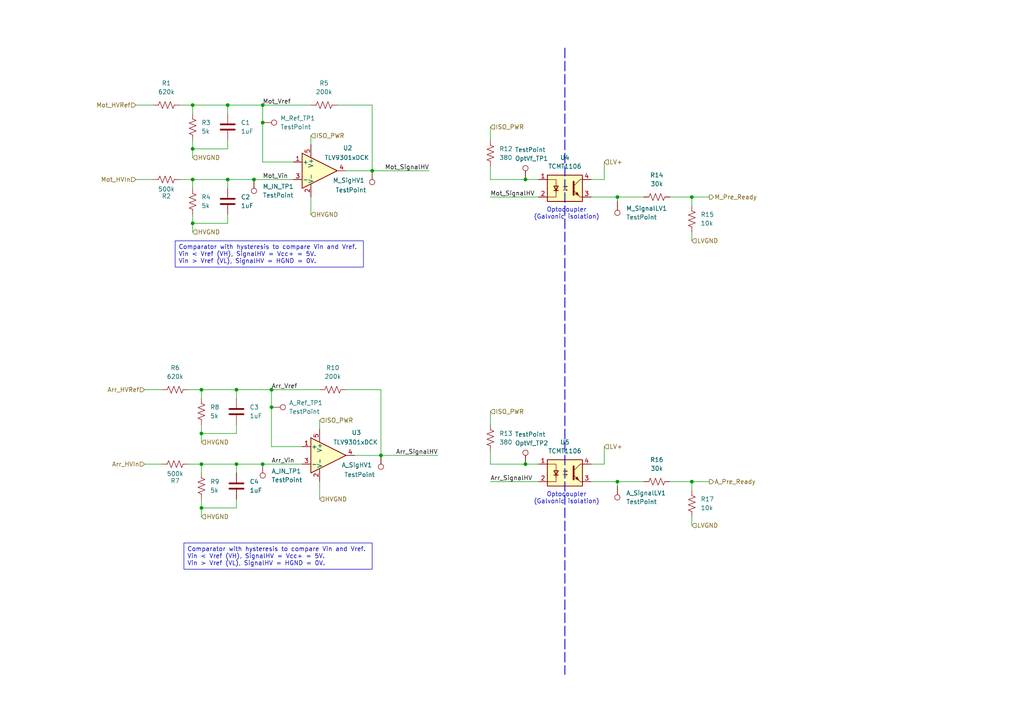
<source format=kicad_sch>
(kicad_sch (version 20231120) (generator "eeschema") (generator_version "8.0")
  (paper "A4")
  (lib_symbols
    (symbol "Amplifier_Operational:TLV9301xDCK" (pin_names (offset 0.127))
      (property "Reference" "U" (at 7.62 2.54 0))
      (property "Value" "TLV9301xDCK" (at 11.43 -2.54 0))
      (symbol "TLV9301xDCK_0_1"
        (polyline (pts (xy -2.54 5.08) (xy -2.54 -5.08) (xy 7.62 0) (xy -2.54 5.08)) (stroke (width 0.254)) (fill (type background)))
      )
      (symbol "TLV9301xDCK_1_1"
        (pin input line (at -5.08 2.54 0) (length 2.54) (name "+") (number "1"))
        (pin power_in line (at 0 -7.62 90) (length 3.81) (name "V-") (number "2"))
        (pin input line (at -5.08 -2.54 0) (length 2.54) (name "-") (number "3"))
        (pin output line (at 10.16 0 180) (length 2.54) (name "~") (number "4"))
        (pin power_in line (at 0 7.62 270) (length 3.81) (name "V+") (number "5"))
      )
    )
    (symbol "Connector:TestPoint" (pin_numbers hide) (pin_names (offset 0.762) hide)
      (property "Reference" "TP" (at 0 6.858 0))
      (property "Value" "TestPoint" (at 0 5.08 0))
      (symbol "TestPoint_0_1"
        (circle (center 0 3.302) (radius 0.762))
      )
      (symbol "TestPoint_1_1"
        (pin passive line (at 0 0 90) (length 2.54) (name "1") (number "1"))
      )
    )
    (symbol "Device:C" (pin_numbers hide) (pin_names (offset 0.254))
      (property "Reference" "C" (at 0.635 2.54 0))
      (property "Value" "C" (at 0.635 -2.54 0))
      (symbol "C_0_1"
        (polyline (pts (xy -2.032 -0.762) (xy 2.032 -0.762)) (stroke (width 0.508)))
        (polyline (pts (xy -2.032 0.762) (xy 2.032 0.762)) (stroke (width 0.508)))
      )
      (symbol "C_1_1"
        (pin passive line (at 0 3.81 270) (length 2.794) (name "~") (number "1"))
        (pin passive line (at 0 -3.81 90) (length 2.794) (name "~") (number "2"))
      )
    )
    (symbol "Device:R_US" (pin_numbers hide) (pin_names (offset 0))
      (property "Reference" "R" (at 2.54 0 90))
      (property "Value" "R_US" (at -2.54 0 90))
      (symbol "R_US_0_1"
        (polyline (pts (xy 0 -2.286) (xy 0 -2.54)))
        (polyline (pts (xy 0 2.286) (xy 0 2.54)))
        (polyline (pts (xy 0 -0.762) (xy 1.016 -1.143) (xy 0 -1.524) (xy -1.016 -1.905) (xy 0 -2.286)))
        (polyline (pts (xy 0 0.762) (xy 1.016 0.381) (xy 0 0) (xy -1.016 -0.381) (xy 0 -0.762)))
        (polyline (pts (xy 0 2.286) (xy 1.016 1.905) (xy 0 1.524) (xy -1.016 1.143) (xy 0 0.762)))
      )
      (symbol "R_US_1_1"
        (pin passive line (at 0 3.81 270) (length 1.27) (name "~") (number "1"))
        (pin passive line (at 0 -3.81 90) (length 1.27) (name "~") (number "2"))
      )
    )
    (symbol "Isolator:TCMT1106" (pin_names (offset 1.016))
      (property "Reference" "U" (at 0 5.08 0))
      (property "Value" "TCMT1106" (at 0 -5.08 0))
      (symbol "TCMT1106_1_1"
        (rectangle (start -5.08 3.81) (end 5.08 -3.81) (stroke (width 0.254)) (fill (type background)))
        (polyline (pts (xy -3.175 -0.635) (xy -1.905 -0.635)) (stroke (width 0.254)))
        (polyline (pts (xy 2.54 0.635) (xy 4.445 2.54)))
        (polyline (pts (xy 4.445 -2.54) (xy 2.54 -0.635)) (fill (type outline)))
        (polyline (pts (xy 4.445 -2.54) (xy 5.08 -2.54)))
        (polyline (pts (xy 4.445 2.54) (xy 5.08 2.54)))
        (polyline (pts (xy -2.54 -0.635) (xy -2.54 -2.54) (xy -5.08 -2.54)))
        (polyline (pts (xy 2.54 1.905) (xy 2.54 -1.905) (xy 2.54 -1.905)) (stroke (width 0.508)))
        (polyline (pts (xy -5.08 2.54) (xy -2.54 2.54) (xy -2.54 -1.27) (xy -2.54 0.635)))
        (polyline (pts (xy -2.54 -0.635) (xy -3.175 0.635) (xy -1.905 0.635) (xy -2.54 -0.635)) (stroke (width 0.254)))
        (polyline (pts (xy -0.508 -0.508) (xy 0.762 -0.508) (xy 0.381 -0.635) (xy 0.381 -0.381) (xy 0.762 -0.508)))
        (polyline (pts (xy -0.508 0.508) (xy 0.762 0.508) (xy 0.381 0.381) (xy 0.381 0.635) (xy 0.762 0.508)))
        (polyline (pts (xy 3.048 -1.651) (xy 3.556 -1.143) (xy 4.064 -2.159) (xy 3.048 -1.651) (xy 3.048 -1.651)) (fill (type outline)))
        (pin passive line (at -7.62 2.54 0) (length 2.54) (name "~") (number "1"))
        (pin passive line (at -7.62 -2.54 0) (length 2.54) (name "~") (number "2"))
        (pin passive line (at 7.62 -2.54 180) (length 2.54) (name "~") (number "3"))
        (pin passive line (at 7.62 2.54 180) (length 2.54) (name "~") (number "4"))
      )
    )
  )
  (junction (at 68.58 134.62))
  (junction (at 66.04 30.48))
  (junction (at 58.42 125.73))
  (junction (at 179.07 139.7))
  (junction (at 76.2 35.56))
  (junction (at 76.2 30.48))
  (junction (at 78.74 113.03))
  (junction (at 78.74 118.11))
  (junction (at 68.58 113.03))
  (junction (at 58.42 113.03))
  (junction (at 152.4 52.07))
  (junction (at 200.66 57.15))
  (junction (at 179.07 57.15))
  (junction (at 152.4 134.62))
  (junction (at 110.49 132.08))
  (junction (at 55.88 64.77))
  (junction (at 58.42 147.32))
  (junction (at 107.95 49.53))
  (junction (at 55.88 52.07))
  (junction (at 58.42 134.62))
  (junction (at 55.88 30.48))
  (junction (at 66.04 52.07))
  (junction (at 55.88 43.18))
  (junction (at 200.66 139.7))
  (junction (at 76.2 134.62))
  (junction (at 73.66 52.07))
  (wire (pts (xy 152.4 134.62) (xy 156.21 134.62)))
  (wire (pts (xy 179.07 57.15) (xy 186.69 57.15)))
  (wire (pts (xy 68.58 134.62) (xy 76.2 134.62)))
  (wire (pts (xy 179.07 140.97) (xy 179.07 139.7)))
  (wire (pts (xy 41.91 134.62) (xy 46.99 134.62)))
  (wire (pts (xy 78.74 129.54) (xy 87.63 129.54)))
  (wire (pts (xy 68.58 123.19) (xy 68.58 125.73)))
  (wire (pts (xy 175.26 46.99) (xy 175.26 52.07)))
  (wire (pts (xy 76.2 30.48) (xy 76.2 35.56)))
  (wire (pts (xy 142.24 134.62) (xy 152.4 134.62)))
  (wire (pts (xy 90.17 62.23) (xy 90.17 57.15)))
  (wire (pts (xy 78.74 118.11) (xy 78.74 129.54)))
  (wire (pts (xy 107.95 30.48) (xy 97.79 30.48)))
  (wire (pts (xy 55.88 62.23) (xy 55.88 64.77)))
  (wire (pts (xy 39.37 52.07) (xy 44.45 52.07)))
  (polyline (pts (xy 163.83 13.97) (xy 163.83 195.58)) (stroke (width 0.254) (type dash)))
  (wire (pts (xy 55.88 40.64) (xy 55.88 43.18)))
  (wire (pts (xy 107.95 49.53) (xy 124.46 49.53)))
  (wire (pts (xy 39.37 30.48) (xy 44.45 30.48)))
  (wire (pts (xy 171.45 139.7) (xy 179.07 139.7)))
  (wire (pts (xy 179.07 139.7) (xy 186.69 139.7)))
  (wire (pts (xy 110.49 113.03) (xy 100.33 113.03)))
  (wire (pts (xy 66.04 62.23) (xy 66.04 64.77)))
  (wire (pts (xy 100.33 49.53) (xy 107.95 49.53)))
  (wire (pts (xy 55.88 64.77) (xy 55.88 67.31)))
  (wire (pts (xy 194.31 57.15) (xy 200.66 57.15)))
  (wire (pts (xy 66.04 30.48) (xy 76.2 30.48)))
  (wire (pts (xy 58.42 113.03) (xy 68.58 113.03)))
  (wire (pts (xy 142.24 52.07) (xy 142.24 48.26)))
  (wire (pts (xy 102.87 132.08) (xy 110.49 132.08)))
  (wire (pts (xy 76.2 35.56) (xy 76.2 46.99)))
  (wire (pts (xy 142.24 119.38) (xy 142.24 123.19)))
  (wire (pts (xy 58.42 144.78) (xy 58.42 147.32)))
  (wire (pts (xy 142.24 36.83) (xy 142.24 40.64)))
  (wire (pts (xy 171.45 57.15) (xy 179.07 57.15)))
  (wire (pts (xy 92.71 144.78) (xy 92.71 139.7)))
  (wire (pts (xy 200.66 139.7) (xy 205.74 139.7)))
  (wire (pts (xy 200.66 57.15) (xy 200.66 59.69)))
  (wire (pts (xy 200.66 57.15) (xy 205.74 57.15)))
  (wire (pts (xy 58.42 125.73) (xy 68.58 125.73)))
  (wire (pts (xy 76.2 30.48) (xy 90.17 30.48)))
  (wire (pts (xy 68.58 113.03) (xy 78.74 113.03)))
  (wire (pts (xy 142.24 52.07) (xy 152.4 52.07)))
  (wire (pts (xy 66.04 30.48) (xy 66.04 33.02)))
  (wire (pts (xy 58.42 134.62) (xy 58.42 137.16)))
  (wire (pts (xy 52.07 30.48) (xy 55.88 30.48)))
  (wire (pts (xy 58.42 113.03) (xy 58.42 115.57)))
  (wire (pts (xy 110.49 113.03) (xy 110.49 132.08)))
  (wire (pts (xy 68.58 134.62) (xy 68.58 137.16)))
  (wire (pts (xy 58.42 134.62) (xy 68.58 134.62)))
  (wire (pts (xy 107.95 30.48) (xy 107.95 49.53)))
  (wire (pts (xy 55.88 43.18) (xy 55.88 45.72)))
  (wire (pts (xy 76.2 46.99) (xy 85.09 46.99)))
  (wire (pts (xy 152.4 52.07) (xy 156.21 52.07)))
  (wire (pts (xy 66.04 52.07) (xy 66.04 54.61)))
  (wire (pts (xy 66.04 40.64) (xy 66.04 43.18)))
  (wire (pts (xy 85.09 52.07) (xy 73.66 52.07)))
  (wire (pts (xy 55.88 30.48) (xy 55.88 33.02)))
  (wire (pts (xy 66.04 52.07) (xy 73.66 52.07)))
  (wire (pts (xy 55.88 52.07) (xy 66.04 52.07)))
  (wire (pts (xy 87.63 134.62) (xy 76.2 134.62)))
  (wire (pts (xy 171.45 52.07) (xy 175.26 52.07)))
  (wire (pts (xy 110.49 132.08) (xy 127 132.08)))
  (wire (pts (xy 200.66 139.7) (xy 200.66 142.24)))
  (wire (pts (xy 68.58 113.03) (xy 68.58 115.57)))
  (wire (pts (xy 54.61 134.62) (xy 58.42 134.62)))
  (wire (pts (xy 68.58 144.78) (xy 68.58 147.32)))
  (wire (pts (xy 52.07 52.07) (xy 55.88 52.07)))
  (wire (pts (xy 58.42 125.73) (xy 58.42 128.27)))
  (wire (pts (xy 55.88 52.07) (xy 55.88 54.61)))
  (wire (pts (xy 58.42 147.32) (xy 58.42 149.86)))
  (wire (pts (xy 41.91 113.03) (xy 46.99 113.03)))
  (wire (pts (xy 200.66 149.86) (xy 200.66 152.4)))
  (wire (pts (xy 179.07 58.42) (xy 179.07 57.15)))
  (wire (pts (xy 66.04 64.77) (xy 55.88 64.77)))
  (wire (pts (xy 194.31 139.7) (xy 200.66 139.7)))
  (wire (pts (xy 200.66 67.31) (xy 200.66 69.85)))
  (wire (pts (xy 58.42 123.19) (xy 58.42 125.73)))
  (wire (pts (xy 78.74 113.03) (xy 78.74 118.11)))
  (wire (pts (xy 78.74 113.03) (xy 92.71 113.03)))
  (wire (pts (xy 90.17 39.37) (xy 90.17 41.91)))
  (wire (pts (xy 68.58 147.32) (xy 58.42 147.32)))
  (wire (pts (xy 142.24 139.7) (xy 156.21 139.7)))
  (wire (pts (xy 92.71 121.92) (xy 92.71 124.46)))
  (wire (pts (xy 55.88 30.48) (xy 66.04 30.48)))
  (wire (pts (xy 171.45 134.62) (xy 175.26 134.62)))
  (wire (pts (xy 54.61 113.03) (xy 58.42 113.03)))
  (wire (pts (xy 55.88 43.18) (xy 66.04 43.18)))
  (wire (pts (xy 175.26 129.54) (xy 175.26 134.62)))
  (wire (pts (xy 142.24 57.15) (xy 156.21 57.15)))
  (wire (pts (xy 142.24 134.62) (xy 142.24 130.81)))
  (text_box "Comparator with hysteresis to compare Vin and Vref.\nVin < Vref (VH), SignalHV = Vcc+ = 5V.\nVin > Vref (VL), SignalHV = HGND = 0V." (at 50.8 69.85 0) (size 54.61 7.62) (effects (font (size 1.27 1.27)) (justify left top)))
  (text_box "Comparator with hysteresis to compare Vin and Vref.\nVin < Vref (VH), SignalHV = Vcc+ = 5V.\nVin > Vref (VL), SignalHV = HGND = 0V." (at 53.34 157.48 0) (size 54.61 7.62) (effects (font (size 1.27 1.27)) (justify left top)))
  (text "Optocoupler\n(Galvonic isolation)" (at 164.338 61.976 0) (effects (font (size 1.27 1.27))))
  (text "Optocoupler\n(Galvonic isolation)" (at 164.338 144.526 0) (effects (font (size 1.27 1.27))))
  (label "Arr_Vin" (at 78.74 134.62 0))
  (label "Mot_SignalHV" (at 124.46 49.53 180))
  (label "Mot_SignalHV" (at 142.24 57.15 0))
  (label "Arr_SignalHV" (at 142.24 139.7 0))
  (label "Mot_Vref" (at 76.2 30.48 0))
  (label "Arr_Vref" (at 78.74 113.03 0))
  (label "Mot_Vin" (at 76.2 52.07 0))
  (label "Arr_SignalHV" (at 127 132.08 180))
  (hierarchical_label "HVGND" (shape input) (at 92.71 144.78 0))
  (hierarchical_label "HVGND" (shape input) (at 90.17 62.23 0))
  (hierarchical_label "HVGND" (shape input) (at 55.88 67.31 0))
  (hierarchical_label "ISO_PWR" (shape input) (at 142.24 36.83 0))
  (hierarchical_label "ISO_PWR" (shape input) (at 142.24 119.38 0))
  (hierarchical_label "ISO_PWR" (shape input) (at 90.17 39.37 0))
  (hierarchical_label "HVGND" (shape input) (at 58.42 149.86 0))
  (hierarchical_label "LV+" (shape input) (at 175.26 46.99 0))
  (hierarchical_label "M_Pre_Ready" (shape output) (at 205.74 57.15 0))
  (hierarchical_label "HVGND" (shape input) (at 55.88 45.72 0))
  (hierarchical_label "HVGND" (shape input) (at 58.42 128.27 0))
  (hierarchical_label "ISO_PWR" (shape input) (at 92.71 121.92 0))
  (hierarchical_label "Arr_HVRef" (shape input) (at 41.91 113.03 180))
  (hierarchical_label "Arr_HVIn" (shape input) (at 41.91 134.62 180))
  (hierarchical_label "A_Pre_Ready" (shape output) (at 205.74 139.7 0))
  (hierarchical_label "LVGND" (shape input) (at 200.66 69.85 0))
  (hierarchical_label "Mot_HVRef" (shape input) (at 39.37 30.48 180))
  (hierarchical_label "LVGND" (shape input) (at 200.66 152.4 0))
  (hierarchical_label "LV+" (shape input) (at 175.26 129.54 0))
  (hierarchical_label "Mot_HVIn" (shape input) (at 39.37 52.07 180))
  (symbol (lib_id "Device:R_US") (at 48.26 52.07 270) (unit 1)
    (property "Reference" "R2" (at 48.26 56.896 90))
    (property "Value" "500k" (at 48.26 54.864 90))
    (property "Footprint" "Resistor_SMD:R_1206_3216Metric" (effects (hide yes)))
    (property "Description" "Resistor, US symbol" (effects (hide yes)))
  )
  (symbol (lib_id "Device:R_US") (at 96.52 113.03 270) (unit 1)
    (property "Reference" "R10" (at 96.52 106.68 90))
    (property "Value" "200k" (at 96.52 109.22 90))
    (property "Footprint" "Resistor_SMD:R_0805_2012Metric" (effects (hide yes)))
    (property "Description" "Resistor, US symbol" (effects (hide yes)))
  )
  (symbol (lib_id "Connector:TestPoint") (at 76.2 35.56 270) (unit 1)
    (property "Reference" "M_Ref_TP1" (at 81.28 34.2899 90) (effects (justify left)))
    (property "Value" "TestPoint" (at 81.28 36.8299 90) (effects (justify left)))
    (property "Footprint" "utsvt-special:TestPoint_HEX_3mmID" (effects (hide yes)))
    (property "Description" "test point" (effects (hide yes)))
  )
  (symbol (lib_id "Connector:TestPoint") (at 78.74 118.11 270) (unit 1)
    (property "Reference" "A_Ref_TP1" (at 83.82 116.8399 90) (effects (justify left)))
    (property "Value" "TestPoint" (at 83.82 119.3799 90) (effects (justify left)))
    (property "Footprint" "utsvt-special:TestPoint_HEX_3mmID" (effects (hide yes)))
    (property "Description" "test point" (effects (hide yes)))
  )
  (symbol (lib_id "Device:C") (at 68.58 140.97 0) (unit 1)
    (property "Reference" "C4" (at 72.39 139.6999 0) (effects (justify left)))
    (property "Value" "1uF" (at 72.39 142.2399 0) (effects (justify left)))
    (property "Footprint" "Capacitor_SMD:C_0805_2012Metric" (effects (hide yes)))
    (property "Description" "Unpolarized capacitor" (effects (hide yes)))
  )
  (symbol (lib_id "Device:R_US") (at 142.24 44.45 180) (unit 1)
    (property "Reference" "R12" (at 144.78 43.1799 0) (effects (justify right)))
    (property "Value" "380" (at 144.78 45.7199 0) (effects (justify right)))
    (property "Footprint" "Resistor_SMD:R_0805_2012Metric" (effects (hide yes)))
    (property "Description" "Resistor, US symbol" (effects (hide yes)))
  )
  (symbol (lib_id "Connector:TestPoint") (at 179.07 140.97 180) (unit 1)
    (property "Reference" "A_SignalLV1" (at 181.61 143.0019 0) (effects (justify right)))
    (property "Value" "TestPoint" (at 181.61 145.5419 0) (effects (justify right)))
    (property "Footprint" "utsvt-special:TestPoint_HEX_3mmID" (effects (hide yes)))
    (property "Description" "test point" (effects (hide yes)))
  )
  (symbol (lib_id "Amplifier_Operational:TLV9301xDCK") (at 92.71 132.08 0) (unit 1)
    (property "Reference" "U3" (at 103.378 125.476 0))
    (property "Value" "TLV9301xDCK" (at 103.124 128.27 0))
    (property "Footprint" "Package_TO_SOT_SMD:SOT-353_SC-70-5" (effects (hide yes)))
    (property "Datasheet" "https://www.ti.com/lit/ds/symlink/tlv9301.pdf" (effects (hide yes)))
    (property "Description" "40-V, 1-MHz, RRO Operational Amplifiers for Cost-Sensitive Systems, SC-70" (effects (hide yes)))
  )
  (symbol (lib_id "Device:C") (at 66.04 36.83 0) (unit 1)
    (property "Reference" "C1" (at 69.85 35.5599 0) (effects (justify left)))
    (property "Value" "1uF" (at 69.85 38.0999 0) (effects (justify left)))
    (property "Footprint" "Capacitor_SMD:C_0805_2012Metric" (effects (hide yes)))
    (property "Description" "Unpolarized capacitor" (effects (hide yes)))
  )
  (symbol (lib_id "Device:R_US") (at 50.8 134.62 270) (unit 1)
    (property "Reference" "R7" (at 50.8 139.446 90))
    (property "Value" "500k" (at 50.8 137.414 90))
    (property "Footprint" "Resistor_SMD:R_1206_3216Metric" (effects (hide yes)))
    (property "Description" "Resistor, US symbol" (effects (hide yes)))
  )
  (symbol (lib_id "Device:R_US") (at 200.66 146.05 0) (unit 1)
    (property "Reference" "R17" (at 203.2 144.7799 0) (effects (justify left)))
    (property "Value" "10k" (at 203.2 147.3199 0) (effects (justify left)))
    (property "Description" "Resistor, US symbol" (effects (hide yes)))
  )
  (symbol (lib_id "Connector:TestPoint") (at 179.07 58.42 180) (unit 1)
    (property "Reference" "M_SignalLV1" (at 181.61 60.4519 0) (effects (justify right)))
    (property "Value" "TestPoint" (at 181.61 62.9919 0) (effects (justify right)))
    (property "Footprint" "utsvt-special:TestPoint_HEX_3mmID" (effects (hide yes)))
    (property "Description" "test point" (effects (hide yes)))
  )
  (symbol (lib_id "Device:C") (at 68.58 119.38 0) (unit 1)
    (property "Reference" "C3" (at 72.39 118.1099 0) (effects (justify left)))
    (property "Value" "1uF" (at 72.39 120.6499 0) (effects (justify left)))
    (property "Footprint" "Capacitor_SMD:C_0805_2012Metric" (effects (hide yes)))
    (property "Description" "Unpolarized capacitor" (effects (hide yes)))
  )
  (symbol (lib_id "Device:R_US") (at 142.24 127 180) (unit 1)
    (property "Reference" "R13" (at 144.78 125.7299 0) (effects (justify right)))
    (property "Value" "380" (at 144.78 128.2699 0) (effects (justify right)))
    (property "Footprint" "Resistor_SMD:R_0805_2012Metric" (effects (hide yes)))
    (property "Description" "Resistor, US symbol" (effects (hide yes)))
  )
  (symbol (lib_id "Connector:TestPoint") (at 107.95 49.53 180) (unit 1)
    (property "Reference" "M_SigHV1" (at 96.52 52.324 0) (effects (justify right)))
    (property "Value" "TestPoint" (at 97.282 55.118 0) (effects (justify right)))
    (property "Footprint" "utsvt-special:TestPoint_HEX_3mmID" (effects (hide yes)))
    (property "Description" "test point" (effects (hide yes)))
  )
  (symbol (lib_id "Device:R_US") (at 58.42 119.38 0) (unit 1)
    (property "Reference" "R8" (at 60.96 118.1099 0) (effects (justify left)))
    (property "Value" "5k" (at 60.96 120.6499 0) (effects (justify left)))
    (property "Footprint" "Resistor_SMD:R_0805_2012Metric" (effects (hide yes)))
    (property "Description" "Resistor, US symbol" (effects (hide yes)))
  )
  (symbol (lib_id "Device:R_US") (at 190.5 57.15 90) (unit 1)
    (property "Reference" "R14" (at 190.5 50.8 90))
    (property "Value" "30k" (at 190.5 53.34 90))
    (property "Description" "Resistor, US symbol" (effects (hide yes)))
  )
  (symbol (lib_id "Device:C") (at 66.04 58.42 0) (unit 1)
    (property "Reference" "C2" (at 69.85 57.1499 0) (effects (justify left)))
    (property "Value" "1uF" (at 69.85 59.6899 0) (effects (justify left)))
    (property "Footprint" "Capacitor_SMD:C_0805_2012Metric" (effects (hide yes)))
    (property "Description" "Unpolarized capacitor" (effects (hide yes)))
  )
  (symbol (lib_id "Connector:TestPoint") (at 152.4 134.62 0) (unit 1)
    (property "Reference" "OptVf_TP2" (at 159.004 128.524 0) (effects (justify right)))
    (property "Value" "TestPoint" (at 158.242 125.984 0) (effects (justify right)))
    (property "Footprint" "utsvt-special:TestPoint_HEX_3mmID" (effects (hide yes)))
    (property "Description" "test point" (effects (hide yes)))
  )
  (symbol (lib_id "Device:R_US") (at 50.8 113.03 90) (unit 1)
    (property "Reference" "R6" (at 50.8 106.68 90))
    (property "Value" "620k" (at 50.8 109.22 90))
    (property "Footprint" "Resistor_SMD:R_1206_3216Metric" (effects (hide yes)))
    (property "Description" "Resistor, US symbol" (effects (hide yes)))
  )
  (symbol (lib_id "Connector:TestPoint") (at 76.2 134.62 180) (unit 1)
    (property "Reference" "A_IN_TP1" (at 78.74 136.6519 0) (effects (justify right)))
    (property "Value" "TestPoint" (at 78.74 139.1919 0) (effects (justify right)))
    (property "Footprint" "utsvt-special:TestPoint_HEX_3mmID" (effects (hide yes)))
    (property "Description" "test point" (effects (hide yes)))
  )
  (symbol (lib_id "Device:R_US") (at 93.98 30.48 270) (unit 1)
    (property "Reference" "R5" (at 93.98 24.13 90))
    (property "Value" "200k" (at 93.98 26.67 90))
    (property "Footprint" "Resistor_SMD:R_0805_2012Metric" (effects (hide yes)))
    (property "Description" "Resistor, US symbol" (effects (hide yes)))
  )
  (symbol (lib_id "Isolator:TCMT1106") (at 163.83 137.16 0) (unit 1)
    (property "Reference" "U5" (at 163.83 128.27 0))
    (property "Value" "TCMT1106" (at 163.83 130.81 0))
    (property "Footprint" "Package_SO:SOP-4_4.4x2.6mm_P1.27mm" (effects (hide yes)))
    (property "Datasheet" "https://www.vishay.com/docs/83510/tcmt11.pdf" (effects (hide yes)))
    (property "Description" "Optocoupler, Vce 70V, CTR 100-300%, Viso 3750V (RMS), SOP-4" (effects (hide yes)))
  )
  (symbol (lib_id "Connector:TestPoint") (at 110.49 132.08 180) (unit 1)
    (property "Reference" "A_SigHV1" (at 99.06 134.874 0) (effects (justify right)))
    (property "Value" "TestPoint" (at 99.822 137.668 0) (effects (justify right)))
    (property "Footprint" "utsvt-special:TestPoint_HEX_3mmID" (effects (hide yes)))
    (property "Description" "test point" (effects (hide yes)))
  )
  (symbol (lib_id "Device:R_US") (at 55.88 58.42 0) (unit 1)
    (property "Reference" "R4" (at 58.42 57.1499 0) (effects (justify left)))
    (property "Value" "5k" (at 58.42 59.6899 0) (effects (justify left)))
    (property "Footprint" "Resistor_SMD:R_0805_2012Metric" (effects (hide yes)))
    (property "Description" "Resistor, US symbol" (effects (hide yes)))
  )
  (symbol (lib_id "Device:R_US") (at 48.26 30.48 90) (unit 1)
    (property "Reference" "R1" (at 48.26 24.13 90))
    (property "Value" "620k" (at 48.26 26.67 90))
    (property "Footprint" "Resistor_SMD:R_1206_3216Metric" (effects (hide yes)))
    (property "Description" "Resistor, US symbol" (effects (hide yes)))
  )
  (symbol (lib_id "Device:R_US") (at 190.5 139.7 90) (unit 1)
    (property "Reference" "R16" (at 190.5 133.35 90))
    (property "Value" "30k" (at 190.5 135.89 90))
    (property "Description" "Resistor, US symbol" (effects (hide yes)))
  )
  (symbol (lib_id "Connector:TestPoint") (at 73.66 52.07 180) (unit 1)
    (property "Reference" "M_IN_TP1" (at 76.2 54.1019 0) (effects (justify right)))
    (property "Value" "TestPoint" (at 76.2 56.6419 0) (effects (justify right)))
    (property "Footprint" "utsvt-special:TestPoint_HEX_3mmID" (effects (hide yes)))
    (property "Description" "test point" (effects (hide yes)))
  )
  (symbol (lib_id "Device:R_US") (at 55.88 36.83 0) (unit 1)
    (property "Reference" "R3" (at 58.42 35.5599 0) (effects (justify left)))
    (property "Value" "5k" (at 58.42 38.0999 0) (effects (justify left)))
    (property "Footprint" "Resistor_SMD:R_0805_2012Metric" (effects (hide yes)))
    (property "Description" "Resistor, US symbol" (effects (hide yes)))
  )
  (symbol (lib_id "Connector:TestPoint") (at 152.4 52.07 0) (unit 1)
    (property "Reference" "OptVf_TP1" (at 159.004 45.974 0) (effects (justify right)))
    (property "Value" "TestPoint" (at 158.242 43.434 0) (effects (justify right)))
    (property "Footprint" "utsvt-special:TestPoint_HEX_3mmID" (effects (hide yes)))
    (property "Description" "test point" (effects (hide yes)))
  )
  (symbol (lib_id "Device:R_US") (at 58.42 140.97 0) (unit 1)
    (property "Reference" "R9" (at 60.96 139.6999 0) (effects (justify left)))
    (property "Value" "5k" (at 60.96 142.2399 0) (effects (justify left)))
    (property "Footprint" "Resistor_SMD:R_0805_2012Metric" (effects (hide yes)))
    (property "Description" "Resistor, US symbol" (effects (hide yes)))
  )
  (symbol (lib_id "Isolator:TCMT1106") (at 163.83 54.61 0) (unit 1)
    (property "Reference" "U4" (at 163.83 45.72 0))
    (property "Value" "TCMT1106" (at 163.83 48.26 0))
    (property "Footprint" "Package_SO:SOP-4_4.4x2.6mm_P1.27mm" (effects (hide yes)))
    (property "Datasheet" "https://www.vishay.com/docs/83510/tcmt11.pdf" (effects (hide yes)))
    (property "Description" "Optocoupler, Vce 70V, CTR 100-300%, Viso 3750V (RMS), SOP-4" (effects (hide yes)))
  )
  (symbol (lib_id "Device:R_US") (at 200.66 63.5 0) (unit 1)
    (property "Reference" "R15" (at 203.2 62.2299 0) (effects (justify left)))
    (property "Value" "10k" (at 203.2 64.7699 0) (effects (justify left)))
    (property "Description" "Resistor, US symbol" (effects (hide yes)))
  )
  (symbol (lib_id "Amplifier_Operational:TLV9301xDCK") (at 90.17 49.53 0) (unit 1)
    (property "Reference" "U2" (at 100.838 42.926 0))
    (property "Value" "TLV9301xDCK" (at 100.584 45.72 0))
    (property "Footprint" "Package_TO_SOT_SMD:SOT-353_SC-70-5" (effects (hide yes)))
    (property "Datasheet" "https://www.ti.com/lit/ds/symlink/tlv9301.pdf" (effects (hide yes)))
    (property "Description" "40-V, 1-MHz, RRO Operational Amplifiers for Cost-Sensitive Systems, SC-70" (effects (hide yes)))
  )
)
</source>
